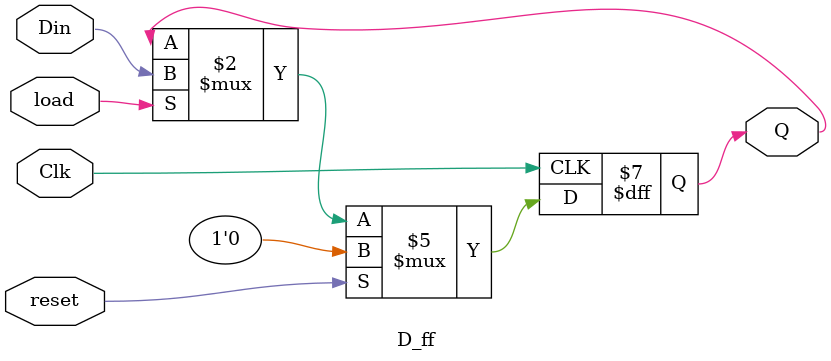
<source format=sv>
module D_ff(
				input logic Din,
				input logic Clk, reset, load,
				output logic Q);
				
				always_ff @ (posedge Clk)
				
				begin
					if(reset)
						Q <= 0;
					else if (load)
						Q <= Din;
				end
	
	endmodule
	
</source>
